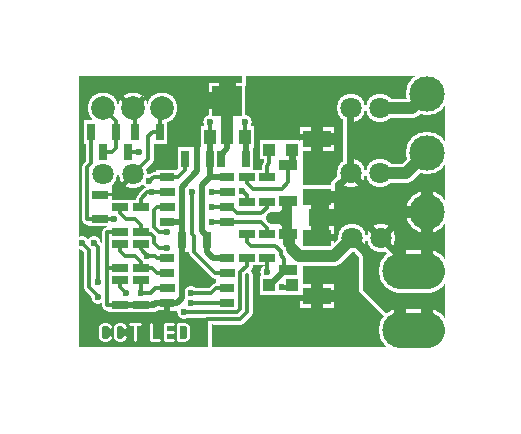
<source format=gbr>
%FSLAX34Y34*%
%MOMM*%
%LNCOPPER_TOP*%
G71*
G01*
%ADD10R, 1.600X1.600*%
%ADD11R, 2.000X1.300*%
%ADD12R, 1.870X1.250*%
%ADD13R, 1.300X2.000*%
%ADD14R, 2.200X1.470*%
%ADD15C, 1.200*%
%ADD16C, 3.600*%
%ADD17C, 2.400*%
%ADD18R, 3.000X2.000*%
%ADD19C, 1.100*%
%ADD20C, 0.900*%
%ADD21C, 0.300*%
%ADD22C, 3.600*%
%ADD23C, 1.200*%
%ADD24C, 1.600*%
%ADD25R, 1.600X1.900*%
%ADD26R, 3.100X3.100*%
%ADD27C, 0.600*%
%ADD28C, 0.238*%
%ADD29C, 2.600*%
%ADD30C, 1.500*%
%ADD31C, 0.500*%
%ADD32C, 0.299*%
%ADD33C, 0.494*%
%ADD34C, 1.000*%
%ADD35C, 0.798*%
%ADD36C, 1.003*%
%ADD37C, 0.597*%
%ADD38C, 0.303*%
%ADD39C, 0.396*%
%ADD40C, 0.400*%
%ADD41R, 1.000X1.000*%
%ADD42R, 1.400X0.700*%
%ADD43R, 1.270X0.650*%
%ADD44R, 0.700X1.400*%
%ADD45R, 1.600X0.870*%
%ADD46C, 0.600*%
%ADD47C, 3.000*%
%ADD48C, 1.800*%
%ADD49R, 2.400X1.400*%
%ADD50C, 3.000*%
%ADD51R, 1.000X1.300*%
%ADD52R, 2.500X2.500*%
%ADD53C, 2.000*%
%LPD*%
G36*
X-51000Y50500D02*
X369000Y50500D01*
X369000Y-299500D01*
X-51000Y-299500D01*
X-51000Y50500D01*
G37*
%LPC*%
G36*
X158400Y-59800D02*
X174400Y-59800D01*
X174400Y-75800D01*
X158400Y-75800D01*
X158400Y-59800D01*
G37*
X185500Y-67800D02*
G54D10*
D03*
X185600Y-182200D02*
G54D10*
D03*
X166500Y-182200D02*
G54D10*
D03*
X164500Y-111500D02*
G54D11*
D03*
X164500Y-90500D02*
G54D11*
D03*
X164500Y-138500D02*
G54D11*
D03*
X164500Y-159500D02*
G54D11*
D03*
X80050Y-128550D02*
G54D12*
D03*
G36*
X70700Y-109600D02*
X89400Y-109600D01*
X89400Y-122100D01*
X70700Y-122100D01*
X70700Y-109600D01*
G37*
G36*
X70700Y-96900D02*
X89400Y-96900D01*
X89400Y-109400D01*
X70700Y-109400D01*
X70700Y-96900D01*
G37*
X80050Y-90450D02*
G54D12*
D03*
X130850Y-90450D02*
G54D12*
D03*
G36*
X121500Y-96900D02*
X140200Y-96900D01*
X140200Y-109400D01*
X121500Y-109400D01*
X121500Y-96900D01*
G37*
X130850Y-115850D02*
G54D12*
D03*
X130850Y-128550D02*
G54D12*
D03*
X113500Y-144000D02*
G54D13*
D03*
X92500Y-144000D02*
G54D13*
D03*
X95000Y-75000D02*
G54D13*
D03*
X116000Y-75000D02*
G54D13*
D03*
X80050Y-197550D02*
G54D12*
D03*
G36*
X70700Y-178600D02*
X89400Y-178600D01*
X89400Y-191100D01*
X70700Y-191100D01*
X70700Y-178600D01*
G37*
X80050Y-172150D02*
G54D12*
D03*
X80050Y-159450D02*
G54D12*
D03*
X130850Y-159450D02*
G54D12*
D03*
G36*
X121500Y-165900D02*
X140200Y-165900D01*
X140200Y-178400D01*
X121500Y-178400D01*
X121500Y-165900D01*
G37*
X130850Y-184850D02*
G54D12*
D03*
X130850Y-197550D02*
G54D12*
D03*
X182700Y-139300D02*
G54D14*
D03*
X182700Y-169700D02*
G54D14*
D03*
X182700Y-80300D02*
G54D14*
D03*
X182700Y-110700D02*
G54D14*
D03*
X101050Y-103150D02*
G54D15*
D03*
X300000Y-20000D02*
G54D16*
D03*
X300000Y-70000D02*
G54D16*
D03*
X300000Y-120000D02*
G54D16*
D03*
X300000Y-170000D02*
G54D16*
D03*
X300000Y-220000D02*
G54D16*
D03*
X277500Y-170000D02*
G54D16*
D03*
X277500Y-220000D02*
G54D16*
D03*
X260500Y-32500D02*
G54D17*
D03*
X235500Y-32500D02*
G54D17*
D03*
X260500Y-87500D02*
G54D17*
D03*
X235500Y-87500D02*
G54D17*
D03*
X236423Y-142444D02*
G54D17*
D03*
X261423Y-142444D02*
G54D17*
D03*
X207024Y-191189D02*
G54D18*
D03*
X207024Y-141989D02*
G54D18*
D03*
X207000Y-58500D02*
G54D18*
D03*
X207000Y-107700D02*
G54D18*
D03*
G54D19*
X130850Y-90450D02*
X116000Y-90450D01*
X109350Y-97100D01*
X109350Y-136350D01*
X113500Y-140500D01*
X113500Y-154500D01*
X118450Y-159450D01*
X130850Y-159450D01*
X67500Y-103150D02*
G54D15*
D03*
G54D20*
X69000Y-103150D02*
X80050Y-103150D01*
X57500Y-137000D02*
G54D11*
D03*
X57500Y-116000D02*
G54D11*
D03*
X57500Y-168000D02*
G54D11*
D03*
X57500Y-147000D02*
G54D11*
D03*
G54D20*
X67500Y-103150D02*
X63350Y-103150D01*
X57500Y-109000D01*
X57500Y-116000D01*
X100550Y-188550D02*
G54D15*
D03*
G54D20*
X100550Y-188550D02*
X117250Y-188550D01*
X120951Y-184850D01*
X130850Y-184850D01*
X40500Y-137000D02*
G54D11*
D03*
X40500Y-116000D02*
G54D11*
D03*
X40500Y-168000D02*
G54D11*
D03*
X40500Y-147000D02*
G54D11*
D03*
G54D20*
X57500Y-168000D02*
X57500Y-162500D01*
X52500Y-157500D01*
X44500Y-157500D01*
X40500Y-153500D01*
X40500Y-147000D01*
G54D20*
X40500Y-137000D02*
X29000Y-137000D01*
X29000Y-168000D01*
X40500Y-168000D01*
X40500Y-199000D02*
G54D11*
D03*
X40500Y-178000D02*
G54D11*
D03*
X57500Y-199000D02*
G54D11*
D03*
X57500Y-178000D02*
G54D11*
D03*
G54D20*
X57500Y-188500D02*
X66500Y-188500D01*
X70150Y-184850D01*
X80050Y-184850D01*
G54D20*
X29000Y-168000D02*
X29000Y-199000D01*
X40500Y-199000D01*
X147500Y-111500D02*
G54D11*
D03*
X147500Y-90500D02*
G54D11*
D03*
X147500Y-159500D02*
G54D11*
D03*
X147500Y-138500D02*
G54D11*
D03*
X45000Y-188500D02*
G54D15*
D03*
X57500Y-188500D02*
G54D15*
D03*
G54D20*
X45000Y-188500D02*
X40500Y-184000D01*
X40500Y-178000D01*
G54D20*
X57500Y-188500D02*
X57500Y-178000D01*
X100550Y-197550D02*
G54D15*
D03*
G54D20*
X100550Y-197550D02*
X130850Y-197550D01*
G54D19*
X40500Y-199000D02*
X68500Y-199000D01*
X69950Y-197550D01*
X80050Y-197550D01*
X23500Y-126500D02*
G54D11*
D03*
X23500Y-105500D02*
G54D11*
D03*
X26000Y-88500D02*
G54D17*
D03*
X51000Y-88500D02*
G54D17*
D03*
G54D21*
X231000Y-87500D02*
X231000Y-32500D01*
G54D22*
X277500Y-170000D02*
X300000Y-170000D01*
G54D22*
X300000Y-220000D02*
X277500Y-220000D01*
G54D23*
X182700Y-139300D02*
X182700Y-110700D01*
G54D23*
X185500Y-67800D02*
X185500Y-80300D01*
X182700Y-80300D01*
G54D23*
X166500Y-182200D02*
X166500Y-182000D01*
X177500Y-171000D01*
G54D20*
X166400Y-67800D02*
X166400Y-79100D01*
X164500Y-81000D01*
X164500Y-90500D01*
G54D20*
X147500Y-90500D02*
X147500Y-95500D01*
X153000Y-101000D01*
X177000Y-101000D01*
X182700Y-95300D01*
X182700Y-80300D01*
G54D20*
X147500Y-138500D02*
X147500Y-145500D01*
X151000Y-149000D01*
X171500Y-149000D01*
X176000Y-153000D01*
X176000Y-157000D01*
X179200Y-160200D01*
X179200Y-169200D01*
G54D20*
X118350Y-115850D02*
X133850Y-115850D01*
X139150Y-121150D01*
X159850Y-121150D01*
X164500Y-116500D01*
X164500Y-111500D01*
G54D20*
X130850Y-128550D02*
X159550Y-128550D01*
X164500Y-133500D01*
X164500Y-138500D01*
X118350Y-103150D02*
G54D15*
D03*
G54D20*
X118350Y-103150D02*
X130850Y-103150D01*
G54D24*
X169000Y-125000D02*
X180500Y-125000D01*
G54D23*
X182700Y-139300D02*
X182700Y-147700D01*
X187000Y-152000D01*
G54D20*
X101050Y-103150D02*
X101050Y-138550D01*
X103000Y-140500D01*
X103000Y-154500D01*
X120650Y-172150D01*
X130850Y-172150D01*
G54D20*
X80050Y-172150D02*
X71150Y-172150D01*
X67000Y-168000D01*
X57500Y-168000D01*
X116001Y-56500D02*
G54D25*
D03*
X146001Y-56500D02*
G54D25*
D03*
G36*
X123000Y-47000D02*
X139000Y-47000D01*
X139001Y-66000D01*
X123001Y-66000D01*
X123000Y-47000D01*
G37*
X131000Y-26000D02*
G54D26*
D03*
G36*
X126000Y-38000D02*
X136000Y-38000D01*
X136001Y-50500D01*
X126000Y-50500D01*
X126000Y-38000D01*
G37*
G54D27*
X126000Y-38000D02*
X136000Y-38000D01*
X136001Y-50500D01*
X126000Y-50500D01*
X126000Y-38000D01*
X207000Y-189000D02*
G54D15*
D03*
X202000Y-189000D02*
G54D15*
D03*
X212000Y-189000D02*
G54D15*
D03*
X207000Y-61000D02*
G54D15*
D03*
X202000Y-61000D02*
G54D15*
D03*
X212000Y-61000D02*
G54D15*
D03*
G54D19*
X116001Y-56500D02*
X116000Y-90450D01*
X94000Y-205000D02*
G54D15*
D03*
X147000Y-75000D02*
G54D13*
D03*
X126000Y-75000D02*
G54D13*
D03*
G54D19*
X147000Y-75000D02*
X147000Y-57500D01*
X146001Y-56500D01*
G54D19*
X127000Y-70500D02*
X131001Y-66499D01*
X131001Y-56500D01*
X80000Y-150500D02*
G54D15*
D03*
G54D24*
X236423Y-142444D02*
X221367Y-157500D01*
X191500Y-157500D01*
X185500Y-151500D01*
X74000Y-52500D02*
G54D13*
D03*
X53000Y-52500D02*
G54D13*
D03*
G54D20*
X51000Y-88500D02*
X64000Y-75500D01*
X64000Y-56250D01*
X67750Y-52500D01*
X74000Y-52500D01*
G54D20*
X74000Y-54500D02*
X74000Y-34500D01*
X76000Y-32500D01*
G54D20*
X23500Y-126500D02*
X35000Y-126500D01*
G54D24*
X260500Y-32500D02*
X287500Y-32500D01*
X300000Y-20000D01*
G54D24*
X260500Y-87500D02*
X282500Y-87500D01*
X300000Y-70000D01*
G36*
X5000Y-5000D02*
X315000Y-5000D01*
X315000Y-235000D01*
X5000Y-235000D01*
X5000Y-5000D01*
X-51000Y50500D01*
X-51000Y-299500D01*
X369000Y-299500D01*
X369000Y50500D01*
X-51000Y50500D01*
X5000Y-5000D01*
G37*
G36*
X13500Y-123000D02*
X30000Y-133000D01*
X27500Y-148000D01*
X18000Y-155500D01*
X15500Y-178400D01*
X27000Y-201750D01*
X89250Y-203750D01*
X89250Y-197000D01*
X93500Y-191000D01*
X93000Y-151000D01*
X107500Y-153000D01*
X109000Y-153000D01*
X121000Y-170000D01*
X121000Y-186000D01*
X98500Y-190500D01*
X138000Y-202000D01*
X146000Y-165500D01*
X162500Y-164500D01*
X158750Y-190250D01*
X192500Y-190250D01*
X185600Y-182200D01*
X189600Y-165500D01*
X193000Y-147500D01*
X186000Y-134000D01*
X178000Y-105500D01*
X178000Y-95300D01*
X182700Y-95300D01*
X182700Y-62500D01*
X192500Y-59750D01*
X158500Y-59750D01*
X158500Y-75500D01*
X163500Y-75500D01*
X162500Y-86500D01*
X151000Y-86000D01*
X153500Y-48000D01*
X146500Y-47500D01*
X146500Y-40500D01*
X120000Y-40500D01*
X115500Y-65000D01*
X100000Y-65000D01*
X90000Y-85500D01*
X65050Y-94450D01*
X62350Y-103150D01*
X53000Y-113000D01*
X21500Y-111500D01*
X13500Y-111500D01*
X13500Y-123000D01*
G37*
G54D21*
X116350Y-197550D02*
X116350Y-237000D01*
G36*
X136000Y-200500D02*
X143250Y-200500D01*
X143250Y-203750D01*
X136000Y-203750D01*
X136000Y-200500D01*
G37*
G54D21*
X145000Y-12500D02*
X145000Y-3500D01*
G36*
X320000Y-240000D02*
X300000Y-240000D01*
X300000Y-220000D01*
X320000Y-220000D01*
X320000Y-240000D01*
G37*
G36*
X300000Y-20000D02*
X318500Y-20000D01*
X318500Y-3500D01*
X300000Y-3500D01*
X300000Y-20000D01*
G37*
G54D21*
X220500Y-102750D02*
X220500Y-96000D01*
X230000Y-86500D01*
G54D20*
X146001Y-56500D02*
X146001Y-44500D01*
X182500Y-125000D02*
G54D13*
D03*
G36*
X200000Y-116500D02*
X200000Y-133000D01*
X188500Y-133000D01*
X188500Y-116500D01*
X200000Y-116500D01*
G37*
G54D28*
X31366Y-226278D02*
X30366Y-227944D01*
X28366Y-228778D01*
X26366Y-228778D01*
X24366Y-227944D01*
X23366Y-226278D01*
X23366Y-217944D01*
X24366Y-216278D01*
X26366Y-215444D01*
X28366Y-215444D01*
X30366Y-216278D01*
X31366Y-217944D01*
G54D28*
X44034Y-226278D02*
X43034Y-227944D01*
X41034Y-228778D01*
X39034Y-228778D01*
X37034Y-227944D01*
X36034Y-226278D01*
X36034Y-217944D01*
X37034Y-216278D01*
X39034Y-215444D01*
X41034Y-215444D01*
X43034Y-216278D01*
X44034Y-217944D01*
G54D28*
X52700Y-228778D02*
X52700Y-215444D01*
G54D28*
X48700Y-215444D02*
X56700Y-215444D01*
G54D28*
X66234Y-215444D02*
X66234Y-228778D01*
X73234Y-228778D01*
G54D28*
X84902Y-228778D02*
X77902Y-228778D01*
X77902Y-215444D01*
X84902Y-215444D01*
G54D28*
X77902Y-222111D02*
X84902Y-222111D01*
G54D28*
X89568Y-228778D02*
X89568Y-215444D01*
X94568Y-215444D01*
X96568Y-216278D01*
X97568Y-217944D01*
X97568Y-226278D01*
X96568Y-227944D01*
X94568Y-228778D01*
X89568Y-228778D01*
X76000Y-32500D02*
G54D29*
D03*
X51000Y-32500D02*
G54D29*
D03*
X26000Y-32500D02*
G54D29*
D03*
G54D19*
X80050Y-197550D02*
X88450Y-197550D01*
X92500Y-193500D01*
G54D20*
X94000Y-205000D02*
X139500Y-205000D01*
X142000Y-202500D01*
X142000Y-171500D01*
X147500Y-166000D01*
X147500Y-159500D01*
G36*
X137000Y-194000D02*
X143000Y-194000D01*
X143000Y-202000D01*
X137000Y-202000D01*
X137000Y-194000D01*
G37*
X118350Y-115850D02*
G54D15*
D03*
X118350Y-128550D02*
G54D15*
D03*
G54D20*
X118350Y-128550D02*
X130850Y-128550D01*
X65050Y-94450D02*
G54D15*
D03*
G54D20*
X65050Y-94450D02*
X69050Y-90450D01*
X80050Y-90450D01*
X21500Y-179200D02*
G54D15*
D03*
X18500Y-146700D02*
G54D15*
D03*
G54D20*
X21500Y-179200D02*
X21500Y-149700D01*
X18500Y-146700D01*
X21500Y-191900D02*
G54D15*
D03*
X8000Y-146700D02*
G54D15*
D03*
G54D20*
X21500Y-191400D02*
X14000Y-183900D01*
X14000Y-152700D01*
X8000Y-146700D01*
X63000Y-157500D02*
G54D15*
D03*
G54D20*
X80050Y-115850D02*
X71500Y-115850D01*
X69000Y-118350D01*
X69000Y-133000D01*
X73000Y-137000D01*
X80000Y-137000D01*
G54D20*
X80050Y-159450D02*
X71450Y-159450D01*
X69500Y-157500D01*
X63000Y-157500D01*
X57500Y-152000D01*
X57500Y-147000D01*
X80000Y-137000D02*
G54D15*
D03*
G54D20*
X57500Y-137000D02*
X57500Y-131000D01*
X53000Y-126500D01*
X45500Y-126500D01*
X40500Y-121500D01*
X40500Y-116000D01*
G54D20*
X80000Y-150500D02*
X73000Y-150500D01*
X69000Y-146500D01*
X69000Y-141500D01*
X66500Y-139000D01*
X61500Y-139000D01*
X146001Y-44500D02*
G54D15*
D03*
X116001Y-44500D02*
G54D15*
D03*
G54D20*
X116001Y-44500D02*
X116001Y-56500D01*
G54D20*
X146001Y-44500D02*
X146001Y-56500D01*
G36*
X58500Y-81000D02*
X67500Y-61500D01*
X76000Y-32500D01*
X22000Y-36000D01*
X10000Y-100000D01*
X58500Y-81000D01*
G37*
X143350Y-102150D02*
G54D15*
D03*
G54D20*
X143350Y-102150D02*
X147500Y-106300D01*
X147500Y-111500D01*
G54D20*
X53000Y-54500D02*
X53000Y-34500D01*
X51000Y-32500D01*
G36*
X180500Y-84500D02*
X193750Y-84500D01*
X193750Y-107500D01*
X180500Y-107500D01*
X180500Y-84500D01*
G37*
G36*
X190000Y-63000D02*
X195000Y-63000D01*
X195000Y-105500D01*
X190000Y-105500D01*
X190000Y-63000D01*
G37*
G36*
X190500Y-147000D02*
X195000Y-147000D01*
X195000Y-189000D01*
X190500Y-189000D01*
X190500Y-147000D01*
G37*
G54D19*
X80050Y-90450D02*
X89550Y-90450D01*
X95000Y-85000D01*
X95000Y-75000D01*
X177600Y-184200D02*
G54D15*
D03*
X164500Y-171100D02*
G54D15*
D03*
G36*
X198500Y-116500D02*
X202000Y-116500D01*
X202000Y-118000D01*
X198500Y-118000D01*
X198500Y-116500D01*
G37*
G54D30*
X173000Y-122500D02*
X176000Y-122500D01*
X180000Y-118500D01*
X180000Y-113000D01*
G54D30*
X173000Y-127500D02*
X176000Y-127500D01*
X180000Y-131500D01*
X180000Y-137000D01*
G54D30*
X185500Y-141500D02*
X185500Y-148000D01*
X192500Y-155000D01*
X15500Y-52500D02*
G54D13*
D03*
X36500Y-52500D02*
G54D13*
D03*
G54D20*
X36500Y-54500D02*
X36500Y-43000D01*
X26000Y-32500D01*
G54D20*
X23500Y-126500D02*
X12000Y-126500D01*
X12000Y-82500D01*
X15500Y-79000D01*
X15500Y-54500D01*
X26000Y-69500D02*
G54D13*
D03*
X47000Y-69500D02*
G54D13*
D03*
X56500Y-69500D02*
G54D15*
D03*
G54D20*
X56500Y-69500D02*
X47000Y-69500D01*
G54D20*
X26000Y-69500D02*
X33500Y-69500D01*
X36500Y-66500D01*
X36500Y-52500D01*
G36*
X33500Y-101500D02*
X15500Y-101500D01*
X15500Y-95000D01*
X33500Y-95000D01*
X33500Y-101500D01*
G37*
G54D31*
X235500Y-32500D02*
X260500Y-32500D01*
G54D31*
X235500Y-87500D02*
X260500Y-87500D01*
G54D31*
X236423Y-142444D02*
X261423Y-142444D01*
G54D21*
X265000Y-152500D02*
X269500Y-157000D01*
G54D21*
X277500Y-220000D02*
X244500Y-187000D01*
X244500Y-158250D01*
X239500Y-153250D01*
G54D20*
X119500Y-211000D02*
X142000Y-211000D01*
X148000Y-205000D01*
X148000Y-174000D01*
G36*
X119500Y-206500D02*
X119500Y-215500D01*
X115000Y-215500D01*
X115000Y-206500D01*
X119500Y-206500D01*
G37*
%LPD*%
G54D31*
G36*
X173500Y-45500D02*
X173500Y-40000D01*
X178500Y-40000D01*
X178500Y-45500D01*
X173500Y-45500D01*
G37*
G36*
X176000Y-43000D02*
X181500Y-43000D01*
X181500Y-48000D01*
X176000Y-48000D01*
X176000Y-43000D01*
G37*
G36*
X178500Y-45500D02*
X178500Y-51000D01*
X173500Y-51000D01*
X173500Y-45500D01*
X178500Y-45500D01*
G37*
G36*
X176000Y-48000D02*
X170500Y-48000D01*
X170500Y-43000D01*
X176000Y-43000D01*
X176000Y-48000D01*
G37*
G54D31*
G36*
X178500Y-204500D02*
X178500Y-210000D01*
X173500Y-210000D01*
X173500Y-204500D01*
X178500Y-204500D01*
G37*
G36*
X176000Y-207000D02*
X170500Y-207000D01*
X170500Y-202000D01*
X176000Y-202000D01*
X176000Y-207000D01*
G37*
G36*
X176000Y-202000D02*
X181500Y-202000D01*
X181500Y-207000D01*
X176000Y-207000D01*
X176000Y-202000D01*
G37*
G54D32*
G54D33*
G36*
X82520Y-197550D02*
X82520Y-204300D01*
X77580Y-204300D01*
X77580Y-197550D01*
X82520Y-197550D01*
G37*
G54D23*
G54D23*
G54D34*
G36*
X295000Y-120000D02*
X295000Y-101500D01*
X305000Y-101500D01*
X305000Y-120000D01*
X295000Y-120000D01*
G37*
G36*
X305000Y-120000D02*
X305000Y-138500D01*
X295000Y-138500D01*
X295000Y-120000D01*
X305000Y-120000D01*
G37*
G36*
X300000Y-125000D02*
X281500Y-125000D01*
X281500Y-115000D01*
X300000Y-115000D01*
X300000Y-125000D01*
G37*
G54D34*
G36*
X295000Y-170000D02*
X295000Y-151500D01*
X305000Y-151500D01*
X305000Y-170000D01*
X295000Y-170000D01*
G37*
G36*
X300000Y-175000D02*
X281500Y-175000D01*
X281500Y-165000D01*
X300000Y-165000D01*
X300000Y-175000D01*
G37*
G54D34*
G36*
X295000Y-220000D02*
X295000Y-201500D01*
X305000Y-201500D01*
X305000Y-220000D01*
X295000Y-220000D01*
G37*
G54D34*
G36*
X272500Y-170000D02*
X272500Y-151500D01*
X282500Y-151500D01*
X282500Y-170000D01*
X272500Y-170000D01*
G37*
G54D34*
G36*
X272500Y-220000D02*
X272500Y-201500D01*
X282500Y-201500D01*
X282500Y-220000D01*
X272500Y-220000D01*
G37*
G54D27*
G54D27*
G36*
X238500Y-32500D02*
X238500Y-45000D01*
X232500Y-45000D01*
X232500Y-32500D01*
X238500Y-32500D01*
G37*
G54D27*
G54D27*
G36*
X237621Y-89621D02*
X228782Y-98460D01*
X224540Y-94218D01*
X233379Y-85379D01*
X237621Y-89621D01*
G37*
G36*
X232500Y-87500D02*
X232500Y-75000D01*
X238500Y-75000D01*
X238500Y-87500D01*
X232500Y-87500D01*
G37*
G36*
X237621Y-85379D02*
X246460Y-94218D01*
X242218Y-98460D01*
X233379Y-89621D01*
X237621Y-85379D01*
G37*
G54D35*
G36*
X239244Y-139623D02*
X248083Y-148461D01*
X242440Y-154104D01*
X233602Y-145265D01*
X239244Y-139623D01*
G37*
G54D27*
G36*
X259302Y-140323D02*
X268140Y-131484D01*
X272383Y-135726D01*
X263544Y-144565D01*
X259302Y-140323D01*
G37*
G36*
X259302Y-144565D02*
X250463Y-135726D01*
X254705Y-131484D01*
X263544Y-140323D01*
X259302Y-144565D01*
G37*
G54D36*
G36*
X202008Y-191189D02*
X202008Y-180689D01*
X212041Y-180689D01*
X212040Y-191189D01*
X202008Y-191189D01*
G37*
G36*
X207024Y-186172D02*
X222524Y-186173D01*
X222524Y-196206D01*
X207024Y-196206D01*
X207024Y-186172D01*
G37*
G36*
X212040Y-191189D02*
X212040Y-201689D01*
X202007Y-201689D01*
X202008Y-191189D01*
X212040Y-191189D01*
G37*
G54D37*
G36*
X204038Y-141989D02*
X204038Y-131489D01*
X210011Y-131489D01*
X210010Y-141989D01*
X204038Y-141989D01*
G37*
G36*
X207024Y-139002D02*
X222524Y-139003D01*
X222524Y-144976D01*
X207024Y-144976D01*
X207024Y-139002D01*
G37*
G54D36*
G36*
X207000Y-53484D02*
X222500Y-53484D01*
X222500Y-63517D01*
X207000Y-63516D01*
X207000Y-53484D01*
G37*
G36*
X212016Y-58500D02*
X212016Y-69000D01*
X201983Y-69000D01*
X201984Y-58500D01*
X212016Y-58500D01*
G37*
G36*
X201984Y-58500D02*
X201984Y-48000D01*
X212017Y-48000D01*
X212016Y-58500D01*
X201984Y-58500D01*
G37*
G54D36*
G36*
X207000Y-102684D02*
X222500Y-102684D01*
X222500Y-112716D01*
X207000Y-112716D01*
X207000Y-102684D01*
G37*
G36*
X212016Y-107700D02*
X212016Y-118200D01*
X201984Y-118200D01*
X201984Y-107700D01*
X212016Y-107700D01*
G37*
G54D38*
G36*
X23500Y-103984D02*
X34000Y-103984D01*
X34000Y-107016D01*
X23500Y-107016D01*
X23500Y-103984D01*
G37*
G54D39*
G54D39*
G36*
X52400Y-89900D02*
X43561Y-98739D01*
X40761Y-95939D01*
X49600Y-87100D01*
X52400Y-89900D01*
G37*
G54D30*
G36*
X123500Y-26000D02*
X123500Y-10000D01*
X138500Y-10000D01*
X138500Y-26000D01*
X123500Y-26000D01*
G37*
G36*
X131000Y-33500D02*
X115000Y-33500D01*
X115000Y-18500D01*
X131000Y-18500D01*
X131000Y-33500D01*
G37*
G54D40*
G36*
X49586Y-33914D02*
X40040Y-24368D01*
X42868Y-21540D01*
X52414Y-31086D01*
X49586Y-33914D01*
G37*
G36*
X49586Y-31086D02*
X59132Y-21540D01*
X61960Y-24368D01*
X52414Y-33914D01*
X49586Y-31086D01*
G37*
X176000Y-45500D02*
G54D41*
D03*
G36*
X161400Y-62800D02*
X171400Y-62800D01*
X171400Y-72800D01*
X161400Y-72800D01*
X161400Y-62800D01*
G37*
X185500Y-67800D02*
G54D41*
D03*
X176000Y-204500D02*
G54D41*
D03*
X185600Y-182200D02*
G54D41*
D03*
X166500Y-182200D02*
G54D41*
D03*
X164500Y-111500D02*
G54D42*
D03*
X164500Y-90500D02*
G54D42*
D03*
X164500Y-138500D02*
G54D42*
D03*
X164500Y-159500D02*
G54D42*
D03*
X80050Y-128550D02*
G54D43*
D03*
G36*
X73700Y-112600D02*
X86400Y-112600D01*
X86400Y-119100D01*
X73700Y-119100D01*
X73700Y-112600D01*
G37*
G36*
X73700Y-99900D02*
X86400Y-99900D01*
X86400Y-106400D01*
X73700Y-106400D01*
X73700Y-99900D01*
G37*
X80050Y-90450D02*
G54D43*
D03*
X130850Y-90450D02*
G54D43*
D03*
G36*
X124500Y-99900D02*
X137200Y-99900D01*
X137200Y-106400D01*
X124500Y-106400D01*
X124500Y-99900D01*
G37*
X130850Y-115850D02*
G54D43*
D03*
X130850Y-128550D02*
G54D43*
D03*
X113500Y-144000D02*
G54D44*
D03*
X92500Y-144000D02*
G54D44*
D03*
X95000Y-75000D02*
G54D44*
D03*
X116000Y-75000D02*
G54D44*
D03*
X80050Y-197550D02*
G54D43*
D03*
G36*
X73700Y-181600D02*
X86400Y-181600D01*
X86400Y-188100D01*
X73700Y-188100D01*
X73700Y-181600D01*
G37*
X80050Y-172150D02*
G54D43*
D03*
X80050Y-159450D02*
G54D43*
D03*
X130850Y-159450D02*
G54D43*
D03*
G36*
X124500Y-168900D02*
X137200Y-168900D01*
X137200Y-175400D01*
X124500Y-175400D01*
X124500Y-168900D01*
G37*
X130850Y-184850D02*
G54D43*
D03*
X130850Y-197550D02*
G54D43*
D03*
X182700Y-139300D02*
G54D45*
D03*
X182700Y-169700D02*
G54D45*
D03*
X182700Y-80300D02*
G54D45*
D03*
X182700Y-110700D02*
G54D45*
D03*
X101050Y-103150D02*
G54D46*
D03*
X300000Y-20000D02*
G54D47*
D03*
X300000Y-70000D02*
G54D47*
D03*
X300000Y-120000D02*
G54D47*
D03*
X300000Y-170000D02*
G54D47*
D03*
X300000Y-220000D02*
G54D47*
D03*
X277500Y-170000D02*
G54D47*
D03*
X277500Y-220000D02*
G54D47*
D03*
X260500Y-32500D02*
G54D48*
D03*
X235500Y-32500D02*
G54D48*
D03*
X260500Y-87500D02*
G54D48*
D03*
X235500Y-87500D02*
G54D48*
D03*
X236423Y-142444D02*
G54D48*
D03*
X261423Y-142444D02*
G54D48*
D03*
X207024Y-191189D02*
G54D49*
D03*
X207024Y-141989D02*
G54D49*
D03*
X207000Y-58500D02*
G54D49*
D03*
X207000Y-107700D02*
G54D49*
D03*
G54D31*
X130850Y-90450D02*
X116000Y-90450D01*
X109350Y-97100D01*
X109350Y-136350D01*
X113500Y-140500D01*
X113500Y-154500D01*
X118450Y-159450D01*
X130850Y-159450D01*
G54D31*
X80050Y-128550D02*
X80100Y-128500D01*
X92500Y-128500D01*
X92500Y-158000D01*
X92500Y-193500D01*
X67500Y-103150D02*
G54D46*
D03*
G54D21*
X69000Y-103150D02*
X80050Y-103150D01*
X57500Y-137000D02*
G54D42*
D03*
X57500Y-116000D02*
G54D42*
D03*
X57500Y-168000D02*
G54D42*
D03*
X57500Y-147000D02*
G54D42*
D03*
G54D21*
X67500Y-103150D02*
X63350Y-103150D01*
X57500Y-109000D01*
X57500Y-116000D01*
X100550Y-188550D02*
G54D46*
D03*
G54D21*
X100550Y-188550D02*
X117250Y-188550D01*
X120951Y-184850D01*
X130850Y-184850D01*
X40500Y-137000D02*
G54D42*
D03*
X40500Y-116000D02*
G54D42*
D03*
X40500Y-168000D02*
G54D42*
D03*
X40500Y-147000D02*
G54D42*
D03*
G54D21*
X57500Y-168000D02*
X57500Y-162500D01*
X52500Y-157500D01*
X44500Y-157500D01*
X40500Y-153500D01*
X40500Y-147000D01*
G54D21*
X40500Y-137000D02*
X29000Y-137000D01*
X29000Y-168000D01*
X40500Y-168000D01*
X40500Y-199000D02*
G54D42*
D03*
X40500Y-178000D02*
G54D42*
D03*
X57500Y-199000D02*
G54D42*
D03*
X57500Y-178000D02*
G54D42*
D03*
G54D21*
X57500Y-188500D02*
X66500Y-188500D01*
X70150Y-184850D01*
X80050Y-184850D01*
G54D21*
X29000Y-168000D02*
X29000Y-199000D01*
X40500Y-199000D01*
X147500Y-111500D02*
G54D42*
D03*
X147500Y-90500D02*
G54D42*
D03*
X147500Y-159500D02*
G54D42*
D03*
X147500Y-138500D02*
G54D42*
D03*
X45000Y-188500D02*
G54D46*
D03*
X57500Y-188500D02*
G54D46*
D03*
G54D21*
X45000Y-188500D02*
X40500Y-184000D01*
X40500Y-178000D01*
G54D21*
X57500Y-188500D02*
X57500Y-178000D01*
X100550Y-197550D02*
G54D46*
D03*
G54D21*
X100550Y-197550D02*
X130850Y-197550D01*
G54D31*
X40500Y-199000D02*
X68500Y-199000D01*
X69950Y-197550D01*
X80050Y-197550D01*
X23500Y-126500D02*
G54D42*
D03*
X23500Y-105500D02*
G54D42*
D03*
X26000Y-88500D02*
G54D48*
D03*
X51000Y-88500D02*
G54D48*
D03*
G54D50*
X277500Y-170000D02*
X300000Y-170000D01*
G54D50*
X300000Y-220000D02*
X277500Y-220000D01*
G54D27*
X182700Y-139300D02*
X182700Y-110700D01*
G54D27*
X185500Y-67800D02*
X185500Y-80300D01*
X182700Y-80300D01*
G54D27*
X166500Y-182200D02*
X166500Y-182000D01*
X177500Y-171000D01*
G54D21*
X166400Y-67800D02*
X166400Y-79100D01*
X164500Y-81000D01*
X164500Y-90500D01*
G54D21*
X147500Y-90500D02*
X147500Y-95500D01*
X153000Y-101000D01*
X177000Y-101000D01*
X182700Y-95300D01*
X182700Y-80300D01*
G54D21*
X147500Y-138500D02*
X147500Y-145500D01*
X151000Y-149000D01*
X171500Y-149000D01*
X176000Y-153000D01*
X176000Y-157000D01*
X179200Y-160200D01*
X179200Y-169200D01*
G54D21*
X118350Y-115850D02*
X133850Y-115850D01*
X139150Y-121150D01*
X159850Y-121150D01*
X164500Y-116500D01*
X164500Y-111500D01*
G54D21*
X130850Y-128550D02*
X159550Y-128550D01*
X164500Y-133500D01*
X164500Y-138500D01*
X169000Y-125000D02*
G54D46*
D03*
X175000Y-125000D02*
G54D46*
D03*
X118350Y-103150D02*
G54D46*
D03*
G54D21*
X118350Y-103150D02*
X130850Y-103150D01*
X99500Y-168500D02*
G54D46*
D03*
X93500Y-168500D02*
G54D46*
D03*
G54D34*
X169000Y-125000D02*
X180500Y-125000D01*
G54D27*
X182700Y-139300D02*
X182700Y-147700D01*
X187000Y-152000D01*
G54D21*
X101050Y-103150D02*
X101050Y-138550D01*
X103000Y-140500D01*
X103000Y-154500D01*
X120650Y-172150D01*
X130850Y-172150D01*
G54D21*
X80050Y-172150D02*
X71150Y-172150D01*
X67000Y-168000D01*
X57500Y-168000D01*
X116001Y-56500D02*
G54D51*
D03*
X146001Y-56500D02*
G54D51*
D03*
G36*
X126000Y-50000D02*
X136000Y-50000D01*
X136001Y-63000D01*
X126001Y-63000D01*
X126000Y-50000D01*
G37*
X131000Y-26000D02*
G54D52*
D03*
G36*
X126000Y-38000D02*
X136000Y-38000D01*
X136001Y-50500D01*
X126000Y-50500D01*
X126000Y-38000D01*
G37*
X207000Y-189000D02*
G54D46*
D03*
X202000Y-189000D02*
G54D46*
D03*
X212000Y-189000D02*
G54D46*
D03*
X207000Y-61000D02*
G54D46*
D03*
X202000Y-61000D02*
G54D46*
D03*
X212000Y-61000D02*
G54D46*
D03*
G54D31*
X116001Y-56500D02*
X116000Y-90450D01*
X94000Y-205000D02*
G54D46*
D03*
G54D31*
X92500Y-128500D02*
X92500Y-99000D01*
X105500Y-86000D01*
X105500Y-62500D01*
X147000Y-75000D02*
G54D44*
D03*
X126000Y-75000D02*
G54D44*
D03*
G54D31*
X147000Y-75000D02*
X147000Y-57500D01*
X146001Y-56500D01*
G54D31*
X127000Y-70500D02*
X131001Y-66499D01*
X131001Y-56500D01*
X80000Y-150500D02*
G54D46*
D03*
G54D34*
X236423Y-142444D02*
X221367Y-157500D01*
X191500Y-157500D01*
X185500Y-151500D01*
X74000Y-52500D02*
G54D44*
D03*
X53000Y-52500D02*
G54D44*
D03*
G54D21*
X51000Y-88500D02*
X64000Y-75500D01*
X64000Y-56250D01*
X67750Y-52500D01*
X74000Y-52500D01*
G54D21*
X74000Y-54500D02*
X74000Y-34500D01*
X76000Y-32500D01*
X109350Y-115850D02*
G54D46*
D03*
X35000Y-126500D02*
G54D46*
D03*
G54D21*
X23500Y-126500D02*
X35000Y-126500D01*
G54D34*
X260500Y-32500D02*
X287500Y-32500D01*
X300000Y-20000D01*
G54D34*
X260500Y-87500D02*
X282500Y-87500D01*
X300000Y-70000D01*
G54D21*
X146001Y-56500D02*
X146001Y-44500D01*
X203500Y-125000D02*
G54D44*
D03*
X182500Y-125000D02*
G54D44*
D03*
X76000Y-32500D02*
G54D53*
D03*
X51000Y-32500D02*
G54D53*
D03*
X26000Y-32500D02*
G54D53*
D03*
G54D31*
X80050Y-197550D02*
X88450Y-197550D01*
X92500Y-193500D01*
G54D21*
X94000Y-205000D02*
X139500Y-205000D01*
X142000Y-202500D01*
X142000Y-171500D01*
X147500Y-166000D01*
X147500Y-159500D01*
X118350Y-115850D02*
G54D46*
D03*
X118350Y-128550D02*
G54D46*
D03*
G54D21*
X118350Y-128550D02*
X130850Y-128550D01*
X65050Y-94450D02*
G54D46*
D03*
G54D21*
X65050Y-94450D02*
X69050Y-90450D01*
X80050Y-90450D01*
X21500Y-179200D02*
G54D46*
D03*
X18500Y-146700D02*
G54D46*
D03*
G54D21*
X21500Y-179200D02*
X21500Y-149700D01*
X18500Y-146700D01*
X21500Y-191900D02*
G54D46*
D03*
X8000Y-146700D02*
G54D46*
D03*
G54D21*
X21500Y-191400D02*
X14000Y-183900D01*
X14000Y-152700D01*
X8000Y-146700D01*
X63000Y-157500D02*
G54D46*
D03*
G54D21*
X80050Y-115850D02*
X71500Y-115850D01*
X69000Y-118350D01*
X69000Y-133000D01*
X73000Y-137000D01*
X80000Y-137000D01*
G54D21*
X80050Y-159450D02*
X71450Y-159450D01*
X69500Y-157500D01*
X63000Y-157500D01*
X57500Y-152000D01*
X57500Y-147000D01*
X80000Y-137000D02*
G54D46*
D03*
G54D21*
X57500Y-137000D02*
X57500Y-131000D01*
X53000Y-126500D01*
X45500Y-126500D01*
X40500Y-121500D01*
X40500Y-116000D01*
G54D21*
X80000Y-150500D02*
X73000Y-150500D01*
X69000Y-146500D01*
X69000Y-141500D01*
X66500Y-139000D01*
X61500Y-139000D01*
X69000Y-198250D02*
G54D46*
D03*
X146001Y-44500D02*
G54D46*
D03*
X116001Y-44500D02*
G54D46*
D03*
G54D21*
X116001Y-44500D02*
X116001Y-56500D01*
G54D21*
X146001Y-44500D02*
X146001Y-56500D01*
X143350Y-102150D02*
G54D46*
D03*
G54D21*
X143350Y-102150D02*
X147500Y-106300D01*
X147500Y-111500D01*
G54D21*
X53000Y-54500D02*
X53000Y-34500D01*
X51000Y-32500D01*
X105500Y-29000D02*
G54D46*
D03*
X105500Y-23000D02*
G54D46*
D03*
G54D21*
X80050Y-90450D02*
X89550Y-90450D01*
X95000Y-85000D01*
X95000Y-75000D01*
G54D30*
X209524Y-139489D02*
X209500Y-109700D01*
G36*
X191750Y-59750D02*
X195500Y-59750D01*
X195500Y-54000D01*
X191750Y-54000D01*
X191750Y-59750D01*
G37*
G36*
X191750Y-196000D02*
X195500Y-196000D01*
X195500Y-190250D01*
X191750Y-190250D01*
X191750Y-196000D01*
G37*
X177600Y-184200D02*
G54D46*
D03*
X164500Y-171100D02*
G54D46*
D03*
G54D21*
X164500Y-171100D02*
X164500Y-159500D01*
G54D40*
X177600Y-184200D02*
X184000Y-184200D01*
X105500Y-17000D02*
G54D46*
D03*
G54D31*
X173000Y-122500D02*
X176000Y-122500D01*
X180000Y-118500D01*
X180000Y-113000D01*
G54D31*
X173000Y-127500D02*
X176000Y-127500D01*
X180000Y-131500D01*
X180000Y-137000D01*
G54D31*
X185500Y-141500D02*
X185500Y-148000D01*
X192500Y-155000D01*
G54D31*
X183000Y-151500D02*
X183000Y-149500D01*
X180500Y-147000D01*
X180500Y-141500D01*
X15500Y-52500D02*
G54D44*
D03*
X36500Y-52500D02*
G54D44*
D03*
G54D21*
X36500Y-54500D02*
X36500Y-43000D01*
X26000Y-32500D01*
G54D21*
X23500Y-126500D02*
X12000Y-126500D01*
X12000Y-82500D01*
X15500Y-79000D01*
X15500Y-54500D01*
X26000Y-69500D02*
G54D44*
D03*
X47000Y-69500D02*
G54D44*
D03*
X56500Y-69500D02*
G54D46*
D03*
G54D21*
X56500Y-69500D02*
X47000Y-69500D01*
G54D21*
X26000Y-69500D02*
X33500Y-69500D01*
X36500Y-66500D01*
X36500Y-52500D01*
X105500Y-35000D02*
G54D46*
D03*
G54D27*
X261423Y-142444D02*
X277500Y-158521D01*
X277500Y-170000D01*
G54D21*
X119500Y-211000D02*
X142000Y-211000D01*
X148000Y-205000D01*
X148000Y-174000D01*
G36*
X119500Y-209500D02*
X119500Y-212500D01*
X118000Y-212500D01*
X118000Y-209500D01*
X119500Y-209500D01*
G37*
G54D21*
X119500Y-211000D02*
X114000Y-211000D01*
M02*

</source>
